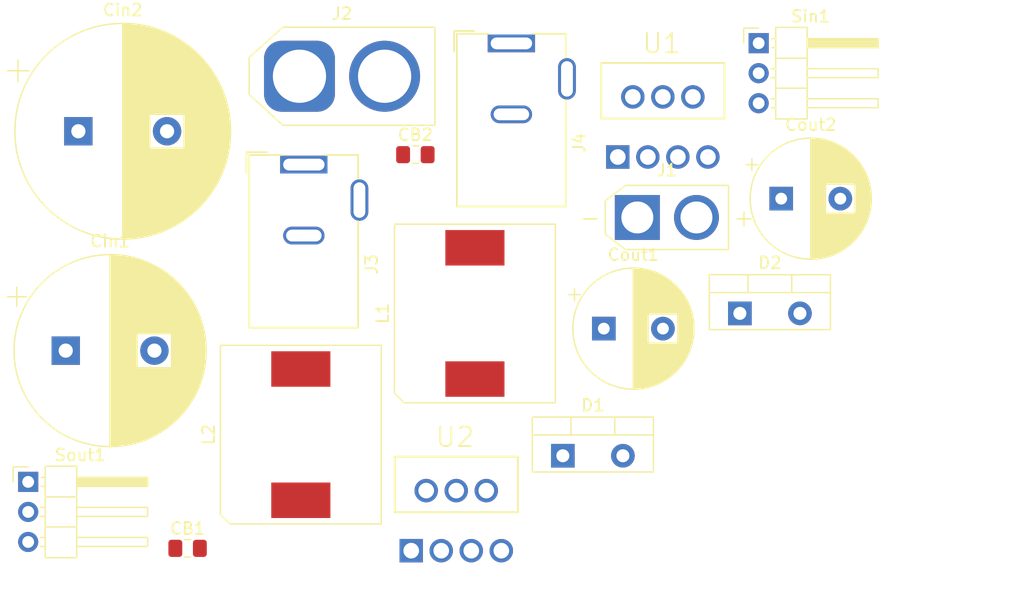
<source format=kicad_pcb>
(kicad_pcb (version 20211014) (generator pcbnew)
  (layers (0 "F.Cu" signal) (31 "B.Cu" signal) (34 "B.Paste" user) (35 "F.Paste" user) (36 "B.SilkS" user "B.Silkscreen") (37 "F.SilkS" user "F.Silkscreen") (38 "B.Mask" user) (39 "F.Mask" user) (44 "Edge.Cuts" user))
  (net 0 "")
  (net 1 "Net-(CB1-Pad1)")
  (net 2 "Net-(CB1-Pad2)")
  (net 3 "Net-(U2-Pad3)")
  (net 4 "Net-(L2-Pad1)")
  (net 5 "Net-(Cin1-Pad1)")
  (net 6 "GND")
  (net 7 "Net-(Cin2-Pad1)")
  (net 8 "Net-(Cout1-Pad1)")
  (net 9 "Net-(L2-Pad2)")
  (net 10 "Net-(Sin1-Pad3)")
  (net 11 "Net-(Sin1-Pad1)")
  (net 12 "Net-(Sin1-Pad2)")
  (net 13 "GNDPWR")
  (footprint "Connector_PinHeader_2.54mm:PinHeader_1x03_P2.54mm_Horizontal" (layer "F.Cu") (at 157.79 67.28)
    (fp_text reference "Sin1" (at 4.385 -2.27) (layer "F.SilkS"))
    (fp_text value "Conn_01x03_Male")
    (pad "1" thru_hole rect (at 0 0) (size 1.7 1.7) (drill 1) (layers *.Cu *.Mask) (net 11 "Net-(Sin1-Pad1)"))
    (pad "2" thru_hole oval (at 0 2.54) (size 1.7 1.7) (drill 1) (layers *.Cu *.Mask) (net 12 "Net-(Sin1-Pad2)"))
    (pad "3" thru_hole oval (at 0 5.08) (size 1.7 1.7) (drill 1) (layers *.Cu *.Mask) (net 10 "Net-(Sin1-Pad3)"))
  )
  (footprint "LM2677T-ADJ:TO127P457X1016X2052-7P" (layer "F.Cu") (at 136.0282 98.995)
    (fp_text reference "U2" (at -3.91178 1.60027) (layer "F.SilkS") (effects (font (size 1.640079 1.640079))))
    (fp_text value "LM2677T-Fixed-5V")
    (pad "1" thru_hole rect locked (at -7.62 11.2014) (size 1.9812 1.9812) (drill 1.3208) (layers *.Cu *.Mask) (net 4 "Net-(L2-Pad1)"))
    (pad "2" thru_hole circle locked (at -6.35 6.1214) (size 1.9812 1.9812) (drill 1.3208) (layers *.Cu *.Mask) (net 7 "Net-(Cin2-Pad1)"))
    (pad "3" thru_hole circle locked (at -5.08 11.2014) (size 1.9812 1.9812) (drill 1.3208) (layers *.Cu *.Mask) (net 3 "Net-(U2-Pad3)"))
    (pad "4" thru_hole circle locked (at -3.81 6.1214) (size 1.9812 1.9812) (drill 1.3208) (layers *.Cu *.Mask) (net 6 "GND"))
    (pad "5" thru_hole circle locked (at -2.54 11.2014) (size 1.9812 1.9812) (drill 1.3208) (layers *.Cu *.Mask) (net 13 "GNDPWR"))
    (pad "6" thru_hole circle locked (at -1.27 6.1214) (size 1.9812 1.9812) (drill 1.3208) (layers *.Cu *.Mask) (net 9 "Net-(L2-Pad2)"))
    (pad "7" thru_hole circle locked (at 0 11.2014) (size 1.9812 1.9812) (drill 1.3208) (layers *.Cu *.Mask) (net 13 "GNDPWR"))
  )
  (footprint "Capacitor_THT:CP_Radial_D10.0mm_P5.00mm" (layer "F.Cu") (at 159.694646 80.43)
    (fp_text reference "Cout2" (at 2.5 -6.25) (layer "F.SilkS"))
    (fp_text value "560uF 35V Pana")
    (pad "1" thru_hole rect (at 0 0) (size 2 2) (drill 1) (layers *.Cu *.Mask) (net 9 "Net-(L2-Pad2)"))
    (pad "2" thru_hole circle (at 5 0) (size 2 2) (drill 1) (layers *.Cu *.Mask) (net 6 "GND"))
  )
  (footprint "Package_TO_SOT_THT:TO-220-2_Vertical" (layer "F.Cu") (at 141.23 102.17)
    (fp_text reference "D1" (at 2.54 -4.27) (layer "F.SilkS"))
    (fp_text value "MBR745")
    (pad "1" thru_hole rect (at 0 0) (size 2 2) (drill 1.1) (layers *.Cu *.Mask) (net 2 "Net-(CB1-Pad2)"))
    (pad "2" thru_hole oval (at 5.08 0) (size 2 2) (drill 1.1) (layers *.Cu *.Mask) (net 6 "GND"))
  )
  (footprint "Capacitor_THT:CP_Radial_D16.0mm_P7.50mm" (layer "F.Cu") (at 99.194491 93.28)
    (fp_text reference "Cin1" (at 3.75 -9.25) (layer "F.SilkS"))
    (fp_text value "1200uF 50V Pana")
    (pad "1" thru_hole rect (at 0 0) (size 2.4 2.4) (drill 1.2) (layers *.Cu *.Mask) (net 5 "Net-(Cin1-Pad1)"))
    (pad "2" thru_hole circle (at 7.5 0) (size 2.4 2.4) (drill 1.2) (layers *.Cu *.Mask) (net 6 "GND"))
  )
  (footprint "Package_TO_SOT_THT:TO-220-2_Vertical" (layer "F.Cu") (at 156.2 90.13)
    (fp_text reference "D2" (at 2.54 -4.27) (layer "F.SilkS"))
    (fp_text value "MBR745")
    (pad "1" thru_hole rect (at 0 0) (size 2 2) (drill 1.1) (layers *.Cu *.Mask) (net 4 "Net-(L2-Pad1)"))
    (pad "2" thru_hole oval (at 5.08 0) (size 2 2) (drill 1.1) (layers *.Cu *.Mask) (net 6 "GND"))
  )
  (footprint "Capacitor_THT:CP_Radial_D18.0mm_P7.50mm" (layer "F.Cu") (at 100.26444 74.73)
    (fp_text reference "Cin2" (at 3.75 -10.25) (layer "F.SilkS"))
    (fp_text value "1200uF 63V Nich")
    (pad "1" thru_hole rect (at 0 0) (size 2.4 2.4) (drill 1.2) (layers *.Cu *.Mask) (net 7 "Net-(Cin2-Pad1)"))
    (pad "2" thru_hole circle (at 7.5 0) (size 2.4 2.4) (drill 1.2) (layers *.Cu *.Mask) (net 6 "GND"))
  )
  (footprint "LM2677T-ADJ:TO127P457X1016X2052-7P" (layer "F.Cu") (at 153.4982 65.705)
    (fp_text reference "U1" (at -3.91178 1.60027) (layer "F.SilkS") (effects (font (size 1.640079 1.640079))))
    (fp_text value "LM2677T-Fixed-12V")
    (pad "1" thru_hole rect locked (at -7.62 11.2014) (size 1.9812 1.9812) (drill 1.3208) (layers *.Cu *.Mask) (net 2 "Net-(CB1-Pad2)"))
    (pad "2" thru_hole circle locked (at -6.35 6.1214) (size 1.9812 1.9812) (drill 1.3208) (layers *.Cu *.Mask) (net 5 "Net-(Cin1-Pad1)"))
    (pad "3" thru_hole circle locked (at -5.08 11.2014) (size 1.9812 1.9812) (drill 1.3208) (layers *.Cu *.Mask) (net 1 "Net-(CB1-Pad1)"))
    (pad "4" thru_hole circle locked (at -3.81 6.1214) (size 1.9812 1.9812) (drill 1.3208) (layers *.Cu *.Mask) (net 6 "GND"))
    (pad "5" thru_hole circle locked (at -2.54 11.2014) (size 1.9812 1.9812) (drill 1.3208) (layers *.Cu *.Mask) (net 13 "GNDPWR"))
    (pad "6" thru_hole circle locked (at -1.27 6.1214) (size 1.9812 1.9812) (drill 1.3208) (layers *.Cu *.Mask) (net 8 "Net-(Cout1-Pad1)"))
    (pad "7" thru_hole circle locked (at 0 11.2014) (size 1.9812 1.9812) (drill 1.3208) (layers *.Cu *.Mask) (net 13 "GNDPWR"))
  )
  (footprint "Capacitor_THT:CP_Radial_D10.0mm_P5.00mm" (layer "F.Cu") (at 144.694646 91.42)
    (fp_text reference "Cout1" (at 2.5 -6.25) (layer "F.SilkS"))
    (fp_text value "330uF 35V Pana")
    (pad "1" thru_hole rect (at 0 0) (size 2 2) (drill 1) (layers *.Cu *.Mask) (net 8 "Net-(Cout1-Pad1)"))
    (pad "2" thru_hole circle (at 5 0) (size 2 2) (drill 1) (layers *.Cu *.Mask) (net 6 "GND"))
  )
  (footprint "Connector_AMASS:AMASS_XT30U-M_1x02_P5.0mm_Vertical" (layer "F.Cu") (at 147.53 82.02)
    (fp_text reference "J1" (at 2.5 -4) (layer "F.SilkS"))
    (fp_text value "XT30")
    (fp_text user "-" (at -4 0) (layer "F.SilkS") (effects (font (size 1.5 1.5))))
    (fp_text user "+" (at 9 0) (layer "F.SilkS") (effects (font (size 1.5 1.5))))
    (pad "1" thru_hole rect (at 0 0) (size 3.8 3.8) (drill 2.7) (layers *.Cu *.Mask) (net 6 "GND"))
    (pad "2" thru_hole circle (at 5 0) (size 3.8 3.8) (drill 2.7) (layers *.Cu *.Mask) (net 10 "Net-(Sin1-Pad3)"))
  )
  (footprint "Connector_BarrelJack:BarrelJack_CUI_PJ-102AH_Horizontal_flat_pins" (layer "F.Cu") (at 136.86 67.28)
    (fp_text reference "J4" (at 5.75 8.45 -90) (layer "F.SilkS"))
    (fp_text value "Barrel_Jack_5V")
    (pad "1" thru_hole rect locked (at 0.02 0.02 90) (size 1.5 4) (drill oval 1 3.5) (layers *.Cu *.Mask) (net 9 "Net-(L2-Pad2)"))
    (pad "2" thru_hole oval locked (at 0.02 6.02 90) (size 1.5 3.5) (drill oval 1 3) (layers *.Cu *.Mask) (net 6 "GND"))
    (pad "3" thru_hole oval locked (at 4.72 3.02) (size 1.5 3.5) (drill oval 1 3) (layers *.Cu *.Mask) (net 6 "GND"))
  )
  (footprint "Capacitor_SMD:C_0805_2012Metric_Pad1.18x1.45mm_HandSolder" (layer "F.Cu") (at 109.5 110)
    (fp_text reference "CB1" (at 0 -1.68) (layer "F.SilkS"))
    (fp_text value "0.01uF")
    (pad "1" smd roundrect (at -1.0375 0) (size 1.175 1.45) (layers "F.Cu" "F.Paste" "F.Mask") (roundrect_rratio 0.212766) (net 1 "Net-(CB1-Pad1)"))
    (pad "2" smd roundrect (at 1.0375 0) (size 1.175 1.45) (layers "F.Cu" "F.Paste" "F.Mask") (roundrect_rratio 0.212766) (net 2 "Net-(CB1-Pad2)"))
  )
  (footprint "Connector_PinHeader_2.54mm:PinHeader_1x03_P2.54mm_Horizontal" (layer "F.Cu") (at 96.02 104.38)
    (fp_text reference "Sout1" (at 4.385 -2.27) (layer "F.SilkS"))
    (fp_text value "Conn_01x03_Male")
    (pad "1" thru_hole rect (at 0 0) (size 1.7 1.7) (drill 1) (layers *.Cu *.Mask) (net 7 "Net-(Cin2-Pad1)"))
    (pad "2" thru_hole oval (at 0 2.54) (size 1.7 1.7) (drill 1) (layers *.Cu *.Mask) (net 12 "Net-(Sin1-Pad2)"))
    (pad "3" thru_hole oval (at 0 5.08) (size 1.7 1.7) (drill 1) (layers *.Cu *.Mask) (net 5 "Net-(Cin1-Pad1)"))
  )
  (footprint "Connector_AMASS:AMASS_XT60-M_1x02_P7.20mm_Vertical" (layer "F.Cu") (at 118.96 70.08)
    (fp_text reference "J2" (at 3.6 -5.3 180) (layer "F.SilkS"))
    (fp_text value "XT60")
    (pad "1" thru_hole roundrect (at 0 0) (size 6 6) (drill 4.5) (layers *.Cu *.Mask) (net 6 "GND"))
    (pad "2" thru_hole circle (at 7.2 0) (size 6 6) (drill 4.5) (layers *.Cu *.Mask) (net 11 "Net-(Sin1-Pad1)"))
  )
  (footprint "Capacitor_SMD:C_0805_2012Metric_Pad1.18x1.45mm_HandSolder" (layer "F.Cu") (at 128.76 76.71)
    (fp_text reference "CB2" (at 0 -1.68) (layer "F.SilkS"))
    (fp_text value "0.01uF")
    (pad "1" smd roundrect (at -1.0375 0) (size 1.175 1.45) (layers "F.Cu" "F.Paste" "F.Mask") (roundrect_rratio 0.212766) (net 3 "Net-(U2-Pad3)"))
    (pad "2" smd roundrect (at 1.0375 0) (size 1.175 1.45) (layers "F.Cu" "F.Paste" "F.Mask") (roundrect_rratio 0.212766) (net 4 "Net-(L2-Pad1)"))
  )
  (footprint "Inductor_SMD:MGV1205-1207" (layer "F.Cu") (at 119.075 100.385)
    (fp_text reference "L2" (at -7.8 0 90) (layer "F.SilkS"))
    (fp_text value "22uH")
    (pad "1" smd rect (at 0 5.55) (size 5 3) (layers "F.Cu" "F.Paste" "F.Mask") (net 4 "Net-(L2-Pad1)"))
    (pad "2" smd rect (at 0 -5.55) (size 5 3) (layers "F.Cu" "F.Paste" "F.Mask") (net 9 "Net-(L2-Pad2)"))
  )
  (footprint "Inductor_SMD:MGV1205-1207" (layer "F.Cu") (at 133.795 90.135)
    (fp_text reference "L1" (at -7.8 0 90) (layer "F.SilkS"))
    (fp_text value "33uH")
    (pad "1" smd rect (at 0 5.55) (size 5 3) (layers "F.Cu" "F.Paste" "F.Mask") (net 2 "Net-(CB1-Pad2)"))
    (pad "2" smd rect (at 0 -5.55) (size 5 3) (layers "F.Cu" "F.Paste" "F.Mask") (net 8 "Net-(Cout1-Pad1)"))
  )
  (footprint "Connector_BarrelJack:BarrelJack_CUI_PJ-102AH_Horizontal_flat_pins" (layer "F.Cu") (at 119.31 77.53)
    (fp_text reference "J3" (at 5.75 8.45 -90) (layer "F.SilkS"))
    (fp_text value "Barrel_Jack_12V")
    (pad "1" thru_hole rect locked (at 0.02 0.02 90) (size 1.5 4) (drill oval 1 3.5) (layers *.Cu *.Mask) (net 8 "Net-(Cout1-Pad1)"))
    (pad "2" thru_hole oval locked (at 0.02 6.02 90) (size 1.5 3.5) (drill oval 1 3) (layers *.Cu *.Mask) (net 6 "GND"))
    (pad "3" thru_hole oval locked (at 4.72 3.02) (size 1.5 3.5) (drill oval 1 3) (layers *.Cu *.Mask) (net 6 "GND"))
  )
)
</source>
